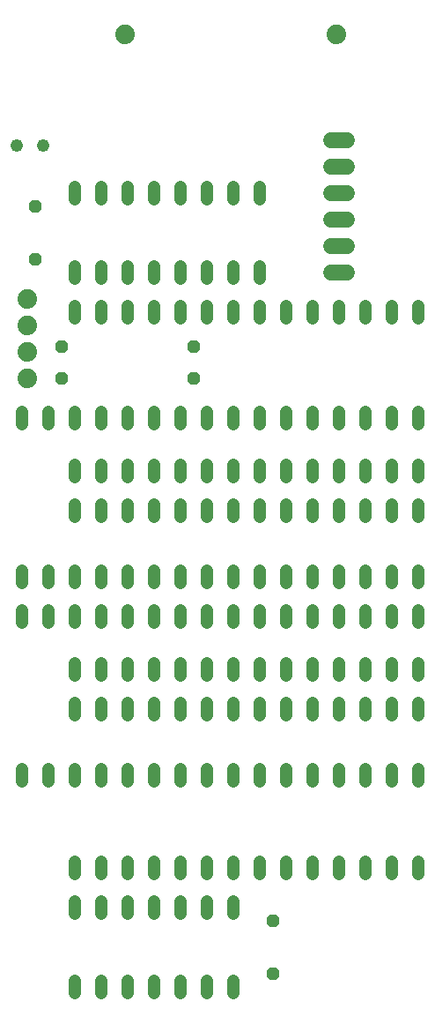
<source format=gbs>
G04 EAGLE Gerber RS-274X export*
G75*
%MOMM*%
%FSLAX34Y34*%
%LPD*%
%INBottom Solder Mask*%
%IPPOS*%
%AMOC8*
5,1,8,0,0,1.08239X$1,22.5*%
G01*
%ADD10C,1.219200*%
%ADD11C,1.879600*%
%ADD12C,1.524000*%
%ADD13C,1.219200*%
%ADD14P,1.319650X8X202.500000*%
%ADD15P,1.319650X8X112.500000*%
%ADD16P,1.319650X8X292.500000*%


D10*
X408940Y679196D02*
X408940Y667004D01*
X383540Y667004D02*
X383540Y679196D01*
X358140Y679196D02*
X358140Y667004D01*
X332740Y667004D02*
X332740Y679196D01*
X307340Y679196D02*
X307340Y667004D01*
X281940Y667004D02*
X281940Y679196D01*
X256540Y679196D02*
X256540Y667004D01*
X231140Y667004D02*
X231140Y679196D01*
X205740Y679196D02*
X205740Y667004D01*
X180340Y667004D02*
X180340Y679196D01*
X154940Y679196D02*
X154940Y667004D01*
X129540Y667004D02*
X129540Y679196D01*
X104140Y679196D02*
X104140Y667004D01*
X78740Y667004D02*
X78740Y679196D01*
X78740Y526796D02*
X78740Y514604D01*
X104140Y514604D02*
X104140Y526796D01*
X129540Y526796D02*
X129540Y514604D01*
X154940Y514604D02*
X154940Y526796D01*
X180340Y526796D02*
X180340Y514604D01*
X205740Y514604D02*
X205740Y526796D01*
X231140Y526796D02*
X231140Y514604D01*
X256540Y514604D02*
X256540Y526796D01*
X281940Y526796D02*
X281940Y514604D01*
X307340Y514604D02*
X307340Y526796D01*
X332740Y526796D02*
X332740Y514604D01*
X358140Y514604D02*
X358140Y526796D01*
X383540Y526796D02*
X383540Y514604D01*
X408940Y514604D02*
X408940Y526796D01*
X408940Y565404D02*
X408940Y577596D01*
X383540Y577596D02*
X383540Y565404D01*
X256540Y565404D02*
X256540Y577596D01*
X231140Y577596D02*
X231140Y565404D01*
X358140Y565404D02*
X358140Y577596D01*
X332740Y577596D02*
X332740Y565404D01*
X281940Y565404D02*
X281940Y577596D01*
X307340Y577596D02*
X307340Y565404D01*
X205740Y565404D02*
X205740Y577596D01*
X180340Y577596D02*
X180340Y565404D01*
X154940Y565404D02*
X154940Y577596D01*
X129540Y577596D02*
X129540Y565404D01*
X104140Y565404D02*
X104140Y577596D01*
X78740Y577596D02*
X78740Y565404D01*
X53340Y565404D02*
X53340Y577596D01*
X27940Y577596D02*
X27940Y565404D01*
X27940Y425196D02*
X27940Y413004D01*
X53340Y413004D02*
X53340Y425196D01*
X78740Y425196D02*
X78740Y413004D01*
X104140Y413004D02*
X104140Y425196D01*
X129540Y425196D02*
X129540Y413004D01*
X154940Y413004D02*
X154940Y425196D01*
X180340Y425196D02*
X180340Y413004D01*
X205740Y413004D02*
X205740Y425196D01*
X231140Y425196D02*
X231140Y413004D01*
X256540Y413004D02*
X256540Y425196D01*
X281940Y425196D02*
X281940Y413004D01*
X307340Y413004D02*
X307340Y425196D01*
X332740Y425196D02*
X332740Y413004D01*
X358140Y413004D02*
X358140Y425196D01*
X383540Y425196D02*
X383540Y413004D01*
X408940Y413004D02*
X408940Y425196D01*
X408940Y298196D02*
X408940Y286004D01*
X383540Y286004D02*
X383540Y298196D01*
X358140Y298196D02*
X358140Y286004D01*
X332740Y286004D02*
X332740Y298196D01*
X307340Y298196D02*
X307340Y286004D01*
X281940Y286004D02*
X281940Y298196D01*
X256540Y298196D02*
X256540Y286004D01*
X231140Y286004D02*
X231140Y298196D01*
X205740Y298196D02*
X205740Y286004D01*
X180340Y286004D02*
X180340Y298196D01*
X154940Y298196D02*
X154940Y286004D01*
X129540Y286004D02*
X129540Y298196D01*
X104140Y298196D02*
X104140Y286004D01*
X78740Y286004D02*
X78740Y298196D01*
X78740Y145796D02*
X78740Y133604D01*
X104140Y133604D02*
X104140Y145796D01*
X129540Y145796D02*
X129540Y133604D01*
X154940Y133604D02*
X154940Y145796D01*
X180340Y145796D02*
X180340Y133604D01*
X205740Y133604D02*
X205740Y145796D01*
X231140Y145796D02*
X231140Y133604D01*
X256540Y133604D02*
X256540Y145796D01*
X281940Y145796D02*
X281940Y133604D01*
X307340Y133604D02*
X307340Y145796D01*
X332740Y145796D02*
X332740Y133604D01*
X358140Y133604D02*
X358140Y145796D01*
X383540Y145796D02*
X383540Y133604D01*
X408940Y133604D02*
X408940Y145796D01*
X408940Y374904D02*
X408940Y387096D01*
X383540Y387096D02*
X383540Y374904D01*
X256540Y374904D02*
X256540Y387096D01*
X231140Y387096D02*
X231140Y374904D01*
X358140Y374904D02*
X358140Y387096D01*
X332740Y387096D02*
X332740Y374904D01*
X281940Y374904D02*
X281940Y387096D01*
X307340Y387096D02*
X307340Y374904D01*
X205740Y374904D02*
X205740Y387096D01*
X180340Y387096D02*
X180340Y374904D01*
X154940Y374904D02*
X154940Y387096D01*
X129540Y387096D02*
X129540Y374904D01*
X104140Y374904D02*
X104140Y387096D01*
X78740Y387096D02*
X78740Y374904D01*
X53340Y374904D02*
X53340Y387096D01*
X27940Y387096D02*
X27940Y374904D01*
X27940Y234696D02*
X27940Y222504D01*
X53340Y222504D02*
X53340Y234696D01*
X78740Y234696D02*
X78740Y222504D01*
X104140Y222504D02*
X104140Y234696D01*
X129540Y234696D02*
X129540Y222504D01*
X154940Y222504D02*
X154940Y234696D01*
X180340Y234696D02*
X180340Y222504D01*
X205740Y222504D02*
X205740Y234696D01*
X231140Y234696D02*
X231140Y222504D01*
X256540Y222504D02*
X256540Y234696D01*
X281940Y234696D02*
X281940Y222504D01*
X307340Y222504D02*
X307340Y234696D01*
X332740Y234696D02*
X332740Y222504D01*
X358140Y222504D02*
X358140Y234696D01*
X383540Y234696D02*
X383540Y222504D01*
X408940Y222504D02*
X408940Y234696D01*
D11*
X33020Y660400D03*
X33020Y685800D03*
X33020Y609600D03*
X33020Y635000D03*
D10*
X231140Y107696D02*
X231140Y95504D01*
X205740Y95504D02*
X205740Y107696D01*
X78740Y107696D02*
X78740Y95504D01*
X78740Y31496D02*
X78740Y19304D01*
X180340Y95504D02*
X180340Y107696D01*
X154940Y107696D02*
X154940Y95504D01*
X104140Y95504D02*
X104140Y107696D01*
X129540Y107696D02*
X129540Y95504D01*
X104140Y31496D02*
X104140Y19304D01*
X129540Y19304D02*
X129540Y31496D01*
X154940Y31496D02*
X154940Y19304D01*
X180340Y19304D02*
X180340Y31496D01*
X205740Y31496D02*
X205740Y19304D01*
X231140Y19304D02*
X231140Y31496D01*
X408940Y476504D02*
X408940Y488696D01*
X383540Y488696D02*
X383540Y476504D01*
X358140Y476504D02*
X358140Y488696D01*
X332740Y488696D02*
X332740Y476504D01*
X307340Y476504D02*
X307340Y488696D01*
X281940Y488696D02*
X281940Y476504D01*
X256540Y476504D02*
X256540Y488696D01*
X231140Y488696D02*
X231140Y476504D01*
X205740Y476504D02*
X205740Y488696D01*
X180340Y488696D02*
X180340Y476504D01*
X154940Y476504D02*
X154940Y488696D01*
X129540Y488696D02*
X129540Y476504D01*
X104140Y476504D02*
X104140Y488696D01*
X78740Y488696D02*
X78740Y476504D01*
X78740Y336296D02*
X78740Y324104D01*
X104140Y324104D02*
X104140Y336296D01*
X129540Y336296D02*
X129540Y324104D01*
X154940Y324104D02*
X154940Y336296D01*
X180340Y336296D02*
X180340Y324104D01*
X205740Y324104D02*
X205740Y336296D01*
X231140Y336296D02*
X231140Y324104D01*
X256540Y324104D02*
X256540Y336296D01*
X281940Y336296D02*
X281940Y324104D01*
X307340Y324104D02*
X307340Y336296D01*
X332740Y336296D02*
X332740Y324104D01*
X358140Y324104D02*
X358140Y336296D01*
X383540Y336296D02*
X383540Y324104D01*
X408940Y324104D02*
X408940Y336296D01*
D12*
X340360Y838200D02*
X325120Y838200D01*
X325120Y812800D02*
X340360Y812800D01*
X340360Y787400D02*
X325120Y787400D01*
X325120Y762000D02*
X340360Y762000D01*
X340360Y736600D02*
X325120Y736600D01*
X325120Y711200D02*
X340360Y711200D01*
D10*
X78740Y705104D02*
X78740Y717296D01*
X104140Y717296D02*
X104140Y705104D01*
X231140Y705104D02*
X231140Y717296D01*
X256540Y717296D02*
X256540Y705104D01*
X129540Y705104D02*
X129540Y717296D01*
X154940Y717296D02*
X154940Y705104D01*
X205740Y705104D02*
X205740Y717296D01*
X180340Y717296D02*
X180340Y705104D01*
X256540Y781304D02*
X256540Y793496D01*
X231140Y793496D02*
X231140Y781304D01*
X205740Y781304D02*
X205740Y793496D01*
X180340Y793496D02*
X180340Y781304D01*
X154940Y781304D02*
X154940Y793496D01*
X129540Y793496D02*
X129540Y781304D01*
X104140Y781304D02*
X104140Y793496D01*
X78740Y793496D02*
X78740Y781304D01*
D13*
X22860Y833120D03*
X48260Y833120D03*
D14*
X193040Y640080D03*
X66040Y640080D03*
X193040Y609600D03*
X66040Y609600D03*
D15*
X269240Y38100D03*
X269240Y88900D03*
D16*
X40640Y774700D03*
X40640Y723900D03*
D11*
X127000Y939800D03*
X330200Y939800D03*
M02*

</source>
